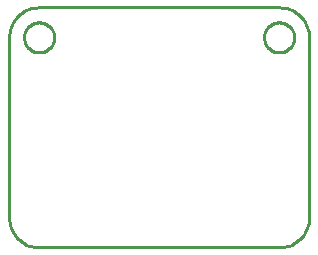
<source format=gbr>
G04 EAGLE Gerber RS-274X export*
G75*
%MOMM*%
%FSLAX34Y34*%
%LPD*%
%IN*%
%IPPOS*%
%AMOC8*
5,1,8,0,0,1.08239X$1,22.5*%
G01*
%ADD10C,0.254000*%


D10*
X0Y25400D02*
X97Y23186D01*
X386Y20989D01*
X865Y18826D01*
X1532Y16713D01*
X2380Y14666D01*
X3403Y12700D01*
X4594Y10831D01*
X5942Y9073D01*
X7440Y7440D01*
X9073Y5942D01*
X10831Y4594D01*
X12700Y3403D01*
X14666Y2380D01*
X16713Y1532D01*
X18826Y865D01*
X20989Y386D01*
X23186Y97D01*
X25400Y0D01*
X228600Y0D01*
X230814Y97D01*
X233011Y386D01*
X235174Y865D01*
X237287Y1532D01*
X239335Y2380D01*
X241300Y3403D01*
X243169Y4594D01*
X244927Y5942D01*
X246561Y7440D01*
X248058Y9073D01*
X249406Y10831D01*
X250597Y12700D01*
X251620Y14666D01*
X252468Y16713D01*
X253135Y18826D01*
X253614Y20989D01*
X253903Y23186D01*
X254000Y25400D01*
X254000Y177800D01*
X253903Y180014D01*
X253614Y182211D01*
X253135Y184374D01*
X252468Y186487D01*
X251620Y188535D01*
X250597Y190500D01*
X249406Y192369D01*
X248058Y194127D01*
X246561Y195761D01*
X244927Y197258D01*
X243169Y198606D01*
X241300Y199797D01*
X239335Y200820D01*
X237287Y201668D01*
X235174Y202335D01*
X233011Y202814D01*
X230814Y203103D01*
X228600Y203200D01*
X25400Y203200D01*
X23186Y203103D01*
X20989Y202814D01*
X18826Y202335D01*
X16713Y201668D01*
X14666Y200820D01*
X12700Y199797D01*
X10831Y198606D01*
X9073Y197258D01*
X7440Y195761D01*
X5942Y194127D01*
X4594Y192369D01*
X3403Y190500D01*
X2380Y188535D01*
X1532Y186487D01*
X865Y184374D01*
X386Y182211D01*
X97Y180014D01*
X0Y177800D01*
X0Y25400D01*
X38100Y177301D02*
X38022Y176306D01*
X37866Y175320D01*
X37633Y174350D01*
X37324Y173401D01*
X36942Y172479D01*
X36489Y171590D01*
X35968Y170739D01*
X35381Y169931D01*
X34733Y169173D01*
X34027Y168467D01*
X33269Y167819D01*
X32461Y167232D01*
X31610Y166711D01*
X30721Y166258D01*
X29799Y165876D01*
X28850Y165567D01*
X27880Y165334D01*
X26894Y165178D01*
X25899Y165100D01*
X24901Y165100D01*
X23906Y165178D01*
X22920Y165334D01*
X21950Y165567D01*
X21001Y165876D01*
X20079Y166258D01*
X19190Y166711D01*
X18339Y167232D01*
X17531Y167819D01*
X16773Y168467D01*
X16067Y169173D01*
X15419Y169931D01*
X14832Y170739D01*
X14311Y171590D01*
X13858Y172479D01*
X13476Y173401D01*
X13167Y174350D01*
X12934Y175320D01*
X12778Y176306D01*
X12700Y177301D01*
X12700Y178299D01*
X12778Y179294D01*
X12934Y180280D01*
X13167Y181250D01*
X13476Y182199D01*
X13858Y183121D01*
X14311Y184010D01*
X14832Y184861D01*
X15419Y185669D01*
X16067Y186427D01*
X16773Y187133D01*
X17531Y187781D01*
X18339Y188368D01*
X19190Y188889D01*
X20079Y189342D01*
X21001Y189724D01*
X21950Y190033D01*
X22920Y190266D01*
X23906Y190422D01*
X24901Y190500D01*
X25899Y190500D01*
X26894Y190422D01*
X27880Y190266D01*
X28850Y190033D01*
X29799Y189724D01*
X30721Y189342D01*
X31610Y188889D01*
X32461Y188368D01*
X33269Y187781D01*
X34027Y187133D01*
X34733Y186427D01*
X35381Y185669D01*
X35968Y184861D01*
X36489Y184010D01*
X36942Y183121D01*
X37324Y182199D01*
X37633Y181250D01*
X37866Y180280D01*
X38022Y179294D01*
X38100Y178299D01*
X38100Y177301D01*
X241300Y177301D02*
X241222Y176306D01*
X241066Y175320D01*
X240833Y174350D01*
X240524Y173401D01*
X240142Y172479D01*
X239689Y171590D01*
X239168Y170739D01*
X238581Y169931D01*
X237933Y169173D01*
X237227Y168467D01*
X236469Y167819D01*
X235661Y167232D01*
X234810Y166711D01*
X233921Y166258D01*
X232999Y165876D01*
X232050Y165567D01*
X231080Y165334D01*
X230094Y165178D01*
X229099Y165100D01*
X228101Y165100D01*
X227106Y165178D01*
X226120Y165334D01*
X225150Y165567D01*
X224201Y165876D01*
X223279Y166258D01*
X222390Y166711D01*
X221539Y167232D01*
X220731Y167819D01*
X219973Y168467D01*
X219267Y169173D01*
X218619Y169931D01*
X218032Y170739D01*
X217511Y171590D01*
X217058Y172479D01*
X216676Y173401D01*
X216367Y174350D01*
X216134Y175320D01*
X215978Y176306D01*
X215900Y177301D01*
X215900Y178299D01*
X215978Y179294D01*
X216134Y180280D01*
X216367Y181250D01*
X216676Y182199D01*
X217058Y183121D01*
X217511Y184010D01*
X218032Y184861D01*
X218619Y185669D01*
X219267Y186427D01*
X219973Y187133D01*
X220731Y187781D01*
X221539Y188368D01*
X222390Y188889D01*
X223279Y189342D01*
X224201Y189724D01*
X225150Y190033D01*
X226120Y190266D01*
X227106Y190422D01*
X228101Y190500D01*
X229099Y190500D01*
X230094Y190422D01*
X231080Y190266D01*
X232050Y190033D01*
X232999Y189724D01*
X233921Y189342D01*
X234810Y188889D01*
X235661Y188368D01*
X236469Y187781D01*
X237227Y187133D01*
X237933Y186427D01*
X238581Y185669D01*
X239168Y184861D01*
X239689Y184010D01*
X240142Y183121D01*
X240524Y182199D01*
X240833Y181250D01*
X241066Y180280D01*
X241222Y179294D01*
X241300Y178299D01*
X241300Y177301D01*
M02*

</source>
